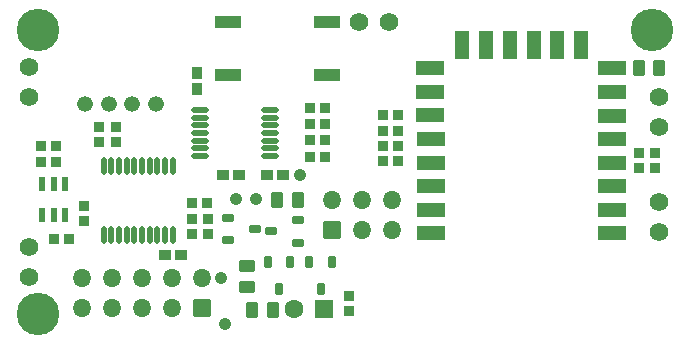
<source format=gbr>
%TF.GenerationSoftware,Altium Limited,Altium Designer,20.1.8 (145)*%
G04 Layer_Color=39423*
%FSLAX45Y45*%
%MOMM*%
%TF.SameCoordinates,FD79255C-762C-4566-ADEE-39C3475191BA*%
%TF.FilePolarity,Negative*%
%TF.FileFunction,Soldermask,Top*%
%TF.Part,Single*%
G01*
G75*
%TA.AperFunction,ViaPad*%
%ADD34C,3.60000*%
%TA.AperFunction,ComponentPad*%
%ADD40C,1.57600*%
%ADD41C,1.32600*%
G04:AMPARAMS|DCode=42|XSize=1.576mm|YSize=1.526mm|CornerRadius=0.21925mm|HoleSize=0mm|Usage=FLASHONLY|Rotation=180.000|XOffset=0mm|YOffset=0mm|HoleType=Round|Shape=RoundedRectangle|*
%AMROUNDEDRECTD42*
21,1,1.57600,1.08750,0,0,180.0*
21,1,1.13750,1.52600,0,0,180.0*
1,1,0.43850,-0.56875,0.54375*
1,1,0.43850,0.56875,0.54375*
1,1,0.43850,0.56875,-0.54375*
1,1,0.43850,-0.56875,-0.54375*
%
%ADD42ROUNDEDRECTD42*%
%ADD43O,1.57600X1.52600*%
%ADD44C,1.60000*%
G04:AMPARAMS|DCode=45|XSize=1.6mm|YSize=1.6mm|CornerRadius=0.2285mm|HoleSize=0mm|Usage=FLASHONLY|Rotation=180.000|XOffset=0mm|YOffset=0mm|HoleType=Round|Shape=RoundedRectangle|*
%AMROUNDEDRECTD45*
21,1,1.60000,1.14300,0,0,180.0*
21,1,1.14300,1.60000,0,0,180.0*
1,1,0.45700,-0.57150,0.57150*
1,1,0.45700,0.57150,0.57150*
1,1,0.45700,0.57150,-0.57150*
1,1,0.45700,-0.57150,-0.57150*
%
%ADD45ROUNDEDRECTD45*%
%TA.AperFunction,SMDPad,CuDef*%
G04:AMPARAMS|DCode=52|XSize=2.176mm|YSize=1.076mm|CornerRadius=0.088mm|HoleSize=0mm|Usage=FLASHONLY|Rotation=180.000|XOffset=0mm|YOffset=0mm|HoleType=Round|Shape=RoundedRectangle|*
%AMROUNDEDRECTD52*
21,1,2.17600,0.90000,0,0,180.0*
21,1,2.00000,1.07600,0,0,180.0*
1,1,0.17600,-1.00000,0.45000*
1,1,0.17600,1.00000,0.45000*
1,1,0.17600,1.00000,-0.45000*
1,1,0.17600,-1.00000,-0.45000*
%
%ADD52ROUNDEDRECTD52*%
%ADD53O,0.52600X1.47600*%
G04:AMPARAMS|DCode=54|XSize=0.926mm|YSize=0.926mm|CornerRadius=0.0805mm|HoleSize=0mm|Usage=FLASHONLY|Rotation=270.000|XOffset=0mm|YOffset=0mm|HoleType=Round|Shape=RoundedRectangle|*
%AMROUNDEDRECTD54*
21,1,0.92600,0.76500,0,0,270.0*
21,1,0.76500,0.92600,0,0,270.0*
1,1,0.16100,-0.38250,-0.38250*
1,1,0.16100,-0.38250,0.38250*
1,1,0.16100,0.38250,0.38250*
1,1,0.16100,0.38250,-0.38250*
%
%ADD54ROUNDEDRECTD54*%
G04:AMPARAMS|DCode=55|XSize=0.926mm|YSize=0.976mm|CornerRadius=0.0805mm|HoleSize=0mm|Usage=FLASHONLY|Rotation=270.000|XOffset=0mm|YOffset=0mm|HoleType=Round|Shape=RoundedRectangle|*
%AMROUNDEDRECTD55*
21,1,0.92600,0.81500,0,0,270.0*
21,1,0.76500,0.97600,0,0,270.0*
1,1,0.16100,-0.40750,-0.38250*
1,1,0.16100,-0.40750,0.38250*
1,1,0.16100,0.40750,0.38250*
1,1,0.16100,0.40750,-0.38250*
%
%ADD55ROUNDEDRECTD55*%
G04:AMPARAMS|DCode=56|XSize=0.576mm|YSize=1.126mm|CornerRadius=0.063mm|HoleSize=0mm|Usage=FLASHONLY|Rotation=180.000|XOffset=0mm|YOffset=0mm|HoleType=Round|Shape=RoundedRectangle|*
%AMROUNDEDRECTD56*
21,1,0.57600,1.00000,0,0,180.0*
21,1,0.45000,1.12600,0,0,180.0*
1,1,0.12600,-0.22500,0.50000*
1,1,0.12600,0.22500,0.50000*
1,1,0.12600,0.22500,-0.50000*
1,1,0.12600,-0.22500,-0.50000*
%
%ADD56ROUNDEDRECTD56*%
G04:AMPARAMS|DCode=57|XSize=0.926mm|YSize=0.926mm|CornerRadius=0.0805mm|HoleSize=0mm|Usage=FLASHONLY|Rotation=180.000|XOffset=0mm|YOffset=0mm|HoleType=Round|Shape=RoundedRectangle|*
%AMROUNDEDRECTD57*
21,1,0.92600,0.76500,0,0,180.0*
21,1,0.76500,0.92600,0,0,180.0*
1,1,0.16100,-0.38250,0.38250*
1,1,0.16100,0.38250,0.38250*
1,1,0.16100,0.38250,-0.38250*
1,1,0.16100,-0.38250,-0.38250*
%
%ADD57ROUNDEDRECTD57*%
G04:AMPARAMS|DCode=58|XSize=1.351mm|YSize=0.976mm|CornerRadius=0.083mm|HoleSize=0mm|Usage=FLASHONLY|Rotation=90.000|XOffset=0mm|YOffset=0mm|HoleType=Round|Shape=RoundedRectangle|*
%AMROUNDEDRECTD58*
21,1,1.35100,0.81000,0,0,90.0*
21,1,1.18500,0.97600,0,0,90.0*
1,1,0.16600,0.40500,0.59250*
1,1,0.16600,0.40500,-0.59250*
1,1,0.16600,-0.40500,-0.59250*
1,1,0.16600,-0.40500,0.59250*
%
%ADD58ROUNDEDRECTD58*%
G04:AMPARAMS|DCode=59|XSize=0.676mm|YSize=0.976mm|CornerRadius=0.068mm|HoleSize=0mm|Usage=FLASHONLY|Rotation=270.000|XOffset=0mm|YOffset=0mm|HoleType=Round|Shape=RoundedRectangle|*
%AMROUNDEDRECTD59*
21,1,0.67600,0.84000,0,0,270.0*
21,1,0.54000,0.97600,0,0,270.0*
1,1,0.13600,-0.42000,-0.27000*
1,1,0.13600,-0.42000,0.27000*
1,1,0.13600,0.42000,0.27000*
1,1,0.13600,0.42000,-0.27000*
%
%ADD59ROUNDEDRECTD59*%
%ADD60O,1.47600X0.52600*%
%ADD61C,1.07600*%
G04:AMPARAMS|DCode=62|XSize=0.676mm|YSize=0.976mm|CornerRadius=0.068mm|HoleSize=0mm|Usage=FLASHONLY|Rotation=0.000|XOffset=0mm|YOffset=0mm|HoleType=Round|Shape=RoundedRectangle|*
%AMROUNDEDRECTD62*
21,1,0.67600,0.84000,0,0,0.0*
21,1,0.54000,0.97600,0,0,0.0*
1,1,0.13600,0.27000,-0.42000*
1,1,0.13600,-0.27000,-0.42000*
1,1,0.13600,-0.27000,0.42000*
1,1,0.13600,0.27000,0.42000*
%
%ADD62ROUNDEDRECTD62*%
G04:AMPARAMS|DCode=63|XSize=1.351mm|YSize=0.976mm|CornerRadius=0.083mm|HoleSize=0mm|Usage=FLASHONLY|Rotation=180.000|XOffset=0mm|YOffset=0mm|HoleType=Round|Shape=RoundedRectangle|*
%AMROUNDEDRECTD63*
21,1,1.35100,0.81000,0,0,180.0*
21,1,1.18500,0.97600,0,0,180.0*
1,1,0.16600,-0.59250,0.40500*
1,1,0.16600,0.59250,0.40500*
1,1,0.16600,0.59250,-0.40500*
1,1,0.16600,-0.59250,-0.40500*
%
%ADD63ROUNDEDRECTD63*%
G04:AMPARAMS|DCode=64|XSize=0.926mm|YSize=0.976mm|CornerRadius=0.0805mm|HoleSize=0mm|Usage=FLASHONLY|Rotation=0.000|XOffset=0mm|YOffset=0mm|HoleType=Round|Shape=RoundedRectangle|*
%AMROUNDEDRECTD64*
21,1,0.92600,0.81500,0,0,0.0*
21,1,0.76500,0.97600,0,0,0.0*
1,1,0.16100,0.38250,-0.40750*
1,1,0.16100,-0.38250,-0.40750*
1,1,0.16100,-0.38250,0.40750*
1,1,0.16100,0.38250,0.40750*
%
%ADD64ROUNDEDRECTD64*%
%TA.AperFunction,ConnectorPad*%
G04:AMPARAMS|DCode=65|XSize=1.176mm|YSize=2.376mm|CornerRadius=0.0435mm|HoleSize=0mm|Usage=FLASHONLY|Rotation=270.000|XOffset=0mm|YOffset=0mm|HoleType=Round|Shape=RoundedRectangle|*
%AMROUNDEDRECTD65*
21,1,1.17600,2.28900,0,0,270.0*
21,1,1.08900,2.37600,0,0,270.0*
1,1,0.08700,-1.14450,-0.54450*
1,1,0.08700,-1.14450,0.54450*
1,1,0.08700,1.14450,0.54450*
1,1,0.08700,1.14450,-0.54450*
%
%ADD65ROUNDEDRECTD65*%
G04:AMPARAMS|DCode=66|XSize=1.176mm|YSize=2.376mm|CornerRadius=0.0435mm|HoleSize=0mm|Usage=FLASHONLY|Rotation=0.000|XOffset=0mm|YOffset=0mm|HoleType=Round|Shape=RoundedRectangle|*
%AMROUNDEDRECTD66*
21,1,1.17600,2.28900,0,0,0.0*
21,1,1.08900,2.37600,0,0,0.0*
1,1,0.08700,0.54450,-1.14450*
1,1,0.08700,-0.54450,-1.14450*
1,1,0.08700,-0.54450,1.14450*
1,1,0.08700,0.54450,1.14450*
%
%ADD66ROUNDEDRECTD66*%
D34*
X200000Y200000D02*
D03*
Y2600000D02*
D03*
X5400000D02*
D03*
D40*
X5461000Y1143000D02*
D03*
Y889000D02*
D03*
X127000Y2286000D02*
D03*
Y2032000D02*
D03*
Y508000D02*
D03*
Y762000D02*
D03*
X2921000Y2667000D02*
D03*
X3175000D02*
D03*
X5461000Y2032000D02*
D03*
Y1778000D02*
D03*
D41*
X1202640Y1973580D02*
D03*
X1002640D02*
D03*
X802640D02*
D03*
X602640D02*
D03*
D42*
X1590804Y247460D02*
D03*
X2693799Y908317D02*
D03*
D43*
X1336804Y247460D02*
D03*
X1082804D02*
D03*
X828804D02*
D03*
X574804D02*
D03*
Y501460D02*
D03*
X828804D02*
D03*
X1082804D02*
D03*
X1336804D02*
D03*
X1590804D02*
D03*
X2947799Y908318D02*
D03*
X3201799Y908317D02*
D03*
Y1162317D02*
D03*
X2947799Y1162317D02*
D03*
X2693799Y1162317D02*
D03*
D44*
X2367280Y242570D02*
D03*
D45*
X2621280D02*
D03*
D52*
X2651678Y2217784D02*
D03*
X1811679D02*
D03*
X2651678Y2667784D02*
D03*
X1811679D02*
D03*
D53*
X1343980Y1453300D02*
D03*
X1278980D02*
D03*
X1213980D02*
D03*
X1148980D02*
D03*
X1083980D02*
D03*
X1018980D02*
D03*
X953980D02*
D03*
X888980D02*
D03*
X823980D02*
D03*
X758980D02*
D03*
X1343980Y868300D02*
D03*
X1278980D02*
D03*
X1213980D02*
D03*
X1148980D02*
D03*
X1083980D02*
D03*
X1018980D02*
D03*
X953980D02*
D03*
X888980D02*
D03*
X823980D02*
D03*
X758980D02*
D03*
D54*
X1638760Y871220D02*
D03*
X1508760D02*
D03*
X1508300Y1003300D02*
D03*
X1638300D02*
D03*
X3124534Y1619398D02*
D03*
X3254533Y1619398D02*
D03*
Y1489557D02*
D03*
X3124534Y1489558D02*
D03*
X2631440Y1666383D02*
D03*
X2501440D02*
D03*
X2631440Y1528025D02*
D03*
X2501440D02*
D03*
X2631440Y1804742D02*
D03*
X2501440D02*
D03*
X2631440Y1943100D02*
D03*
X2501440D02*
D03*
X1506220Y1135380D02*
D03*
X1636220D02*
D03*
X3124534Y1878398D02*
D03*
X3254534D02*
D03*
Y1748558D02*
D03*
X3124534D02*
D03*
X464982Y833120D02*
D03*
X334982D02*
D03*
D55*
X1278980Y699689D02*
D03*
X1413980D02*
D03*
X2273211Y1369780D02*
D03*
X2138211D02*
D03*
X1767640D02*
D03*
X1902640D02*
D03*
D56*
X239981Y1297943D02*
D03*
X334982Y1297943D02*
D03*
X429981Y1297943D02*
D03*
Y1032943D02*
D03*
X334982Y1032943D02*
D03*
X239981D02*
D03*
D57*
X226683Y1616583D02*
D03*
Y1486583D02*
D03*
X356327Y1486583D02*
D03*
Y1616583D02*
D03*
X719138Y1652505D02*
D03*
Y1782505D02*
D03*
X2831820Y351068D02*
D03*
Y221068D02*
D03*
X5295092Y1559809D02*
D03*
Y1429809D02*
D03*
X859540Y1652505D02*
D03*
Y1782505D02*
D03*
X5425092Y1559809D02*
D03*
Y1429809D02*
D03*
X592061Y1109980D02*
D03*
Y979980D02*
D03*
D58*
X2402466Y1159316D02*
D03*
X2227226D02*
D03*
X5287472Y2275629D02*
D03*
X5462712D02*
D03*
X2193005Y226060D02*
D03*
X2017765D02*
D03*
D59*
X2402466Y800513D02*
D03*
Y990513D02*
D03*
X2172466Y895513D02*
D03*
X1807780Y1012160D02*
D03*
Y822160D02*
D03*
X2037780Y917160D02*
D03*
D60*
X1573600Y1794040D02*
D03*
Y1729040D02*
D03*
Y1664040D02*
D03*
Y1599040D02*
D03*
Y1924040D02*
D03*
Y1859040D02*
D03*
Y1534040D02*
D03*
X2163600Y1924040D02*
D03*
Y1859040D02*
D03*
Y1794040D02*
D03*
Y1729040D02*
D03*
Y1664040D02*
D03*
Y1599040D02*
D03*
Y1534040D02*
D03*
D61*
X2420990Y1369780D02*
D03*
X1877310Y1165818D02*
D03*
X2052320D02*
D03*
X1787187Y109220D02*
D03*
X1754344Y501460D02*
D03*
D62*
X2595880Y408660D02*
D03*
X2500880Y638660D02*
D03*
X2690880D02*
D03*
X2337150Y639861D02*
D03*
X2147150D02*
D03*
X2242150Y409861D02*
D03*
D63*
X1968491Y602140D02*
D03*
Y426900D02*
D03*
D64*
X1549210Y2236850D02*
D03*
Y2101850D02*
D03*
D65*
X5066577Y878629D02*
D03*
Y2074969D02*
D03*
X3524477Y2278169D02*
D03*
X5066577Y1076749D02*
D03*
Y1277409D02*
D03*
Y1475529D02*
D03*
Y1678729D02*
D03*
Y1876849D02*
D03*
Y2275629D02*
D03*
X3524477Y2077509D02*
D03*
Y1879389D02*
D03*
X3527017Y1678729D02*
D03*
Y1478069D02*
D03*
Y1279949D02*
D03*
Y1076749D02*
D03*
Y878629D02*
D03*
D66*
X4797177Y2473909D02*
D03*
X4599057D02*
D03*
X4400937D02*
D03*
X4197737D02*
D03*
X3999617D02*
D03*
X3796417D02*
D03*
%TF.MD5,4279934c02c55631f0cc9a4e78de3692*%
M02*

</source>
